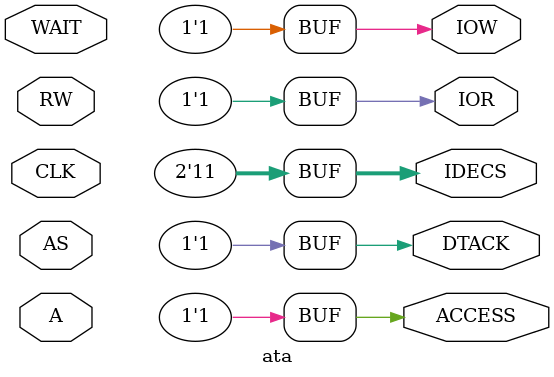
<source format=v>
`timescale 1ns / 1ps
/*	
	Copyright (C) 2016-2019, Stephen J. Leary
	All rights reserved.
	
	This file is part of  TF53x (Terrible Fire Accelerator).

	This program is free software; you can redistribute it and/or
	modify it under the terms of the GNU General Public License
	as published by the Free Software Foundation; version 2 only.

	This program is distributed in the hope that it will be useful,
	but WITHOUT ANY WARRANTY; without even the implied warranty of
	MERCHANTABILITY or FITNESS FOR A PARTICULAR PURPOSE.  See the
	GNU General Public License for more details.

	You should have received a copy of the GNU General Public License
	along with this program; if not, write to the Free Software
	Foundation, Inc., 51 Franklin Street, Fifth Floor, Boston, MA  02110-1301, USA.
*/

module tf520r3_bus_top(

           input 	CLKCPU,
           input 	CLK7M,

           output   RESET,
           output   HALT, 
           output   HIGH,

           input 	BG20,
           input 	AS20,
           input 	DS20,
           input 	RW20,
           output 	RW,

           input [2:0] 	FC,
           input [1:0] 	SIZ,

           input [23:0] A,

           inout 	BGACK,
           input 	VPA,
           input 	DTACK,

           output 	BG,
           output 	LDS,
           output 	UDS,
           output 	VMA,
           output 	E,
           output 	AS,
           output 	BERR,

           output   DSACK1,
           output 	AVEC

          
       );

wire CPSENSE = 1'b1;
wire INTCYCLE = 1'b1;
wire SLOWCYCLE = 1'b1;
wire IDEWAIT = 1'b1;
wire INT2 = 1'b1;

wire [23:0] ADDRESS_MAP;

assign ADDRESS_MAP[0] = A[0];
assign ADDRESS_MAP[19:16] = {A[19:16]};

bus_top BUSTOP(

    .CLKCPU     ( CLKCPU        ), 
    .CLK7M      ( CLK7M         ),

    .INTCYCLE   ( INTCYCLE      ),
    .SLOWCYCLE  ( SLOWCYCLE     ),
    .IDEWAIT    ( IDEWAIT       ),
    .CPSENSE    ( CPSENSE       ), 

    .BG20       ( BG20          ),
    .BG         ( BG            ),
    .BGACK      ( BGACK         ),

    .AS20       ( AS20          ), 
    .DS20       ( DS20          ), 
    .RW20       ( RW20          ), 
    .DSACK1     ( DSACK1        ), 
    .AVEC       ( AVEC          ),

    .AS         ( AS            ), 
    .RW         ( RW            ),
    .LDS        ( LDS           ), 
    .UDS        ( UDS           ), 
    .FC         ( FC            ), 

    .INT2       ( INT2          ),
    .SIZ        ( SIZ           ),

    .A          ( ADDRESS_MAP   ), 
	       
    .VPA        ( VPA           ), 
    .DTACK      ( DTACK         ), 

    .VMA        ( VMA           ), 
    .E          ( E             ), 
    .BERR       ( BERR          ) 
);

// pins not used by core.
assign RESET = 1'bz;
assign HALT = 1'bz;
assign HIGH = 1'b1;

endmodule


module ata (
           input         CLK,
           input         AS,
           input         RW,
           input [23:0] A,
           input        WAIT,

           output [1:0] IDECS,
           output        IOR,
           output        IOW,
           output   DTACK,
           output        ACCESS

       );

assign ACCESS = 1'b1;
assign DTACK = 1'b1;
assign IOR = 1'b1;
assign IOW = 1'b1;
assign IDECS = 2'b11;

endmodule
</source>
